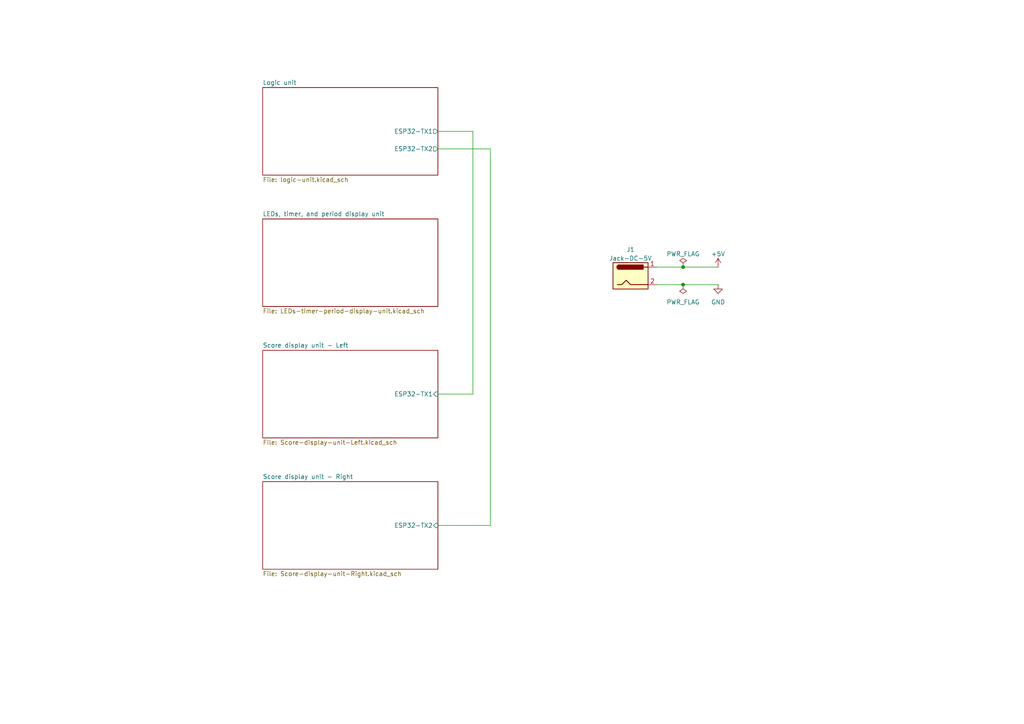
<source format=kicad_sch>
(kicad_sch (version 20230121) (generator eeschema)
  (paper "A4")
  (title_block (title "Logic and display units schematis") (date "2023-05-19") (rev "1.0"))
  (lib_symbols
    (symbol "Connector:Jack-DC" (pin_names (offset 1.016))
      (property "Reference" "J" (at 0 5.334 0))
      (property "Value" "Jack-DC" (at 0 -5.08 0))
      (symbol "Jack-DC_0_1"
        (rectangle (start -5.08 3.81) (end 5.08 -3.81) (stroke (width 0.254)) (fill (type background)))
        (arc (start -3.302 3.175) (mid -3.9343 2.54) (end -3.302 1.905) (stroke (width 0.254)))
        (arc (start -3.302 3.175) (mid -3.9343 2.54) (end -3.302 1.905) (stroke (width 0.254)) (fill (type outline)))
        (polyline (pts (xy 5.08 2.54) (xy 3.81 2.54)) (stroke (width 0.254)))
        (polyline (pts (xy -3.81 -2.54) (xy -2.54 -2.54) (xy -1.27 -1.27) (xy 0 -2.54) (xy 2.54 -2.54) (xy 5.08 -2.54)) (stroke (width 0.254)))
        (rectangle (start 3.683 3.175) (end -3.302 1.905) (stroke (width 0.254)) (fill (type outline)))
      )
      (symbol "Jack-DC_1_1"
        (pin passive line (at 7.62 2.54 180) (length 2.54) (name "~") (number "1"))
        (pin passive line (at 7.62 -2.54 180) (length 2.54) (name "~") (number "2"))
      )
    )
    (symbol "power:+5V" (power) (pin_names (offset 0))
      (property "Value" "+5V" (at 0 3.556 0))
      (symbol "+5V_0_1"
        (polyline (pts (xy -0.762 1.27) (xy 0 2.54)))
        (polyline (pts (xy 0 0) (xy 0 2.54)))
        (polyline (pts (xy 0 2.54) (xy 0.762 1.27)))
      )
      (symbol "+5V_1_1"
        (pin power_in line (at 0 0 90) (length 0) hide (name "+5V") (number "1"))
      )
    )
    (symbol "power:GND" (power) (pin_names (offset 0))
      (property "Value" "GND" (at 0 -3.81 0))
      (symbol "GND_0_1"
        (polyline (pts (xy 0 0) (xy 0 -1.27) (xy 1.27 -1.27) (xy 0 -2.54) (xy -1.27 -1.27) (xy 0 -1.27)))
      )
      (symbol "GND_1_1"
        (pin power_in line (at 0 0 270) (length 0) hide (name "GND") (number "1"))
      )
    )
    (symbol "power:PWR_FLAG" (power) (pin_numbers hide) (pin_names (offset 0) hide)
      (property "Value" "PWR_FLAG" (at 0 3.81 0))
      (symbol "PWR_FLAG_0_0"
        (pin power_out line (at 0 0 90) (length 0) (name "pwr") (number "1"))
      )
      (symbol "PWR_FLAG_0_1"
        (polyline (pts (xy 0 0) (xy 0 1.27) (xy -1.016 1.905) (xy 0 2.54) (xy 1.016 1.905) (xy 0 1.27)))
      )
    )
  )
  (junction (at 198.12 82.55))
  (junction (at 198.12 77.47))
  (wire (pts (xy 190.5 82.55) (xy 198.12 82.55)))
  (wire (pts (xy 137.16 114.3) (xy 127 114.3)))
  (wire (pts (xy 190.5 77.47) (xy 198.12 77.47)))
  (wire (pts (xy 142.24 43.18) (xy 142.24 152.4)))
  (wire (pts (xy 198.12 77.47) (xy 208.28 77.47)))
  (wire (pts (xy 137.16 38.1) (xy 137.16 114.3)))
  (wire (pts (xy 198.12 82.55) (xy 208.28 82.55)))
  (wire (pts (xy 127 38.1) (xy 137.16 38.1)))
  (wire (pts (xy 127 43.18) (xy 142.24 43.18)))
  (wire (pts (xy 142.24 152.4) (xy 127 152.4)))
  (symbol (lib_id "power:PWR_FLAG") (at 198.12 77.47 0) (unit 1)
    (property "Reference" "#FLG01" (effects hide))
    (property "Value" "PWR_FLAG" (at 198.12 73.66 0))
  )
  (symbol (lib_id "Connector:Jack-DC") (at 182.88 80.01 0) (unit 1)
    (property "Reference" "J1" (at 182.88 72.39 0))
    (property "Value" "Jack-DC-5V" (at 182.88 74.93 0))
    (property "Footprint" "Connector_BarrelJack:BarrelJack_Horizontal" (effects hide))
  )
  (symbol (lib_id "power:GND") (at 208.28 82.55 0) (unit 1)
    (property "Reference" "#PWR02" (effects hide))
    (property "Value" "GND" (at 208.28 87.63 0))
  )
  (symbol (lib_id "power:PWR_FLAG") (at 198.12 82.55 180) (unit 1)
    (property "Reference" "#FLG02" (effects hide))
    (property "Value" "PWR_FLAG" (at 198.12 87.63 0))
  )
  (symbol (lib_id "power:+5V") (at 208.28 77.47 0) (unit 1)
    (property "Reference" "#PWR01" (effects hide))
    (property "Value" "+5V" (at 208.28 73.66 0))
  )
  (sheet (at 76.2 63.5) (size 50.8 25.4) (stroke (width 0.1524))
    (property "Sheetname" "LEDs, timer, and period display unit" (at 76.2 62.7884 0) (effects (justify left bottom)))
    (property "Sheetfile" "LEDs-timer-period-display-unit.kicad_sch" (at 76.2 89.4846 0) (effects (justify left top)))
  )
  (sheet (at 76.2 101.6) (size 50.8 25.4) (stroke (width 0.1524))
    (property "Sheetname" "Score display unit - Left" (at 76.2 100.8884 0) (effects (justify left bottom)))
    (property "Sheetfile" "Score-display-unit-Left.kicad_sch" (at 76.2 127.5846 0) (effects (justify left top)))
    (pin "ESP32-TX1" input (at 127 114.3 0))
  )
  (sheet (at 76.2 139.7) (size 50.8 25.4) (stroke (width 0.1524))
    (property "Sheetname" "Score display unit - Right" (at 76.2 138.9884 0) (effects (justify left bottom)))
    (property "Sheetfile" "Score-display-unit-Right.kicad_sch" (at 76.2 165.6846 0) (effects (justify left top)))
    (pin "ESP32-TX2" input (at 127 152.4 0))
  )
  (sheet (at 76.2 25.4) (size 50.8 25.4) (stroke (width 0.1524))
    (property "Sheetname" "Logic unit" (at 76.2 24.6884 0) (effects (justify left bottom)))
    (property "Sheetfile" "logic-unit.kicad_sch" (at 76.2 51.3846 0) (effects (justify left top)))
    (pin "ESP32-TX1" output (at 127 38.1 0))
    (pin "ESP32-TX2" output (at 127 43.18 0))
  )
)
</source>
